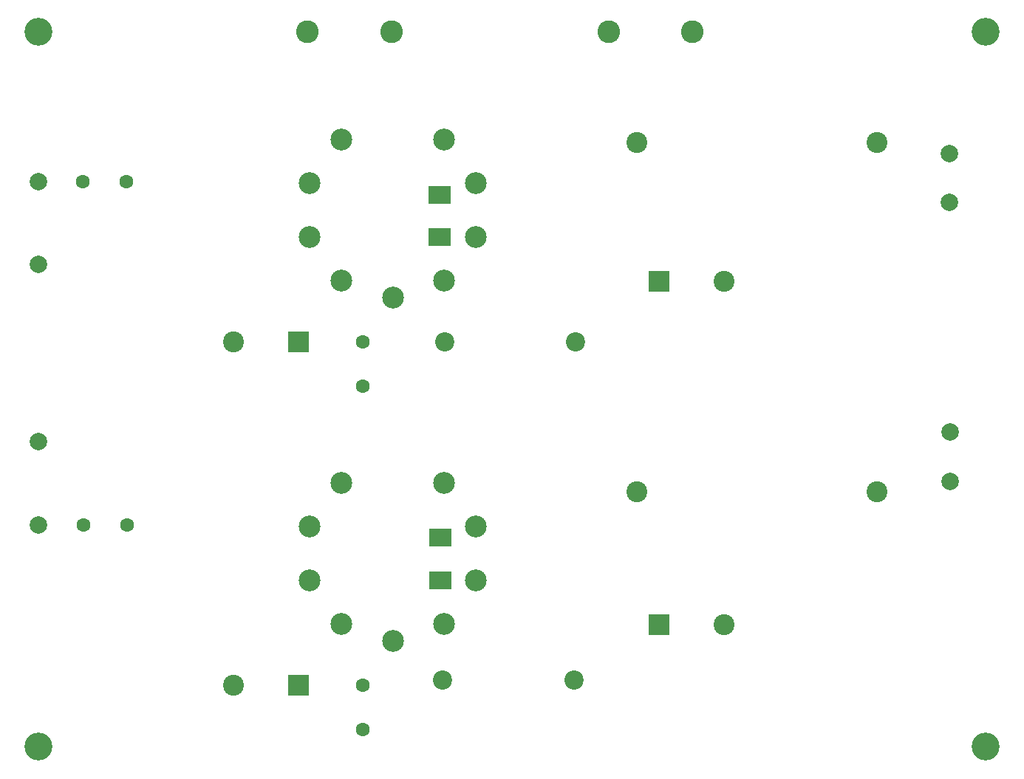
<source format=gbr>
G04 #@! TF.GenerationSoftware,KiCad,Pcbnew,(5.1.9-0-10_14)*
G04 #@! TF.CreationDate,2021-04-19T16:59:25+02:00*
G04 #@! TF.ProjectId,pre-amp-ecc88,7072652d-616d-4702-9d65-636338382e6b,rev?*
G04 #@! TF.SameCoordinates,Original*
G04 #@! TF.FileFunction,Soldermask,Bot*
G04 #@! TF.FilePolarity,Negative*
%FSLAX46Y46*%
G04 Gerber Fmt 4.6, Leading zero omitted, Abs format (unit mm)*
G04 Created by KiCad (PCBNEW (5.1.9-0-10_14)) date 2021-04-19 16:59:25*
%MOMM*%
%LPD*%
G01*
G04 APERTURE LIST*
%ADD10C,2.499360*%
%ADD11R,2.600000X2.100000*%
%ADD12C,2.400000*%
%ADD13R,2.400000X2.400000*%
%ADD14C,1.600000*%
%ADD15C,2.000000*%
%ADD16C,2.600000*%
%ADD17C,2.200000*%
%ADD18C,3.200000*%
G04 APERTURE END LIST*
D10*
X78562200Y-88519000D03*
X74930000Y-93522800D03*
X74930000Y-99695000D03*
X78562200Y-104698800D03*
X84439760Y-106608880D03*
X90317320Y-104698800D03*
X93949520Y-99695000D03*
X93949520Y-93522800D03*
X90317320Y-88519000D03*
X78562200Y-127889000D03*
X74930000Y-132892800D03*
X74930000Y-139065000D03*
X78562200Y-144068800D03*
X84439760Y-145978880D03*
X90317320Y-144068800D03*
X93949520Y-139065000D03*
X93949520Y-132892800D03*
X90317320Y-127889000D03*
D11*
X89789000Y-99732000D03*
X89789000Y-94832000D03*
X89916000Y-139065000D03*
X89916000Y-134165000D03*
D12*
X112395000Y-88900000D03*
X139895000Y-88900000D03*
X112395000Y-128905000D03*
X139895000Y-128905000D03*
X66160000Y-111760000D03*
D13*
X73660000Y-111760000D03*
D14*
X81026000Y-116760000D03*
X81026000Y-111760000D03*
D12*
X66160000Y-151130000D03*
D13*
X73660000Y-151130000D03*
D14*
X81026000Y-156130000D03*
X81026000Y-151130000D03*
D15*
X148209000Y-90106500D03*
X148209000Y-95758000D03*
D16*
X74676000Y-76200000D03*
X84328000Y-76200000D03*
D15*
X43815000Y-102870000D03*
X43815000Y-93345000D03*
D12*
X122435000Y-104775000D03*
D13*
X114935000Y-104775000D03*
D17*
X105410000Y-111760000D03*
X90410000Y-111760000D03*
D14*
X48895000Y-93345000D03*
X53895000Y-93345000D03*
D15*
X148272500Y-127698500D03*
X148272500Y-122047000D03*
D16*
X109220000Y-76200000D03*
X118745000Y-76200000D03*
D15*
X43815000Y-123190000D03*
X43815000Y-132715000D03*
D18*
X152400000Y-76200000D03*
X152400000Y-158115000D03*
X43815000Y-158115000D03*
X43815000Y-76200000D03*
D12*
X122435000Y-144145000D03*
D13*
X114935000Y-144145000D03*
D17*
X105170000Y-150495000D03*
X90170000Y-150495000D03*
D14*
X48975000Y-132715000D03*
X53975000Y-132715000D03*
M02*

</source>
